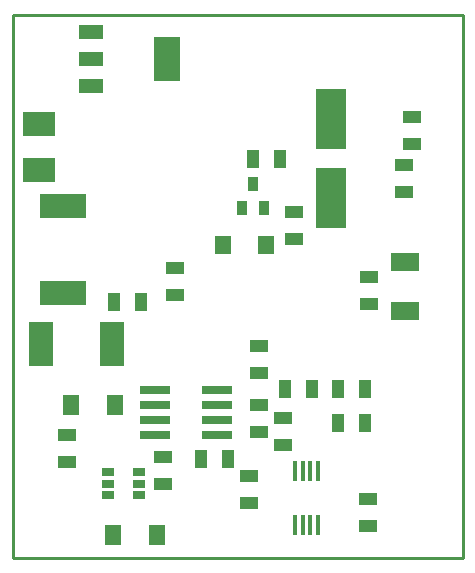
<source format=gtp>
%FSLAX25Y25*%
%MOIN*%
G70*
G01*
G75*
G04 Layer_Color=8421504*
%ADD10R,0.05906X0.03937*%
%ADD11R,0.03937X0.05906*%
%ADD12R,0.11024X0.07874*%
%ADD13R,0.05512X0.07087*%
%ADD14R,0.07874X0.14961*%
%ADD15R,0.10000X0.20000*%
%ADD16R,0.01700X0.06600*%
%ADD17R,0.15748X0.07874*%
%ADD18R,0.10000X0.03000*%
%ADD19R,0.09000X0.15000*%
%ADD20R,0.08465X0.05000*%
%ADD21R,0.03500X0.05000*%
%ADD22R,0.04200X0.02600*%
%ADD23R,0.05512X0.06299*%
%ADD24R,0.09449X0.06299*%
%ADD25C,0.02000*%
%ADD26C,0.05000*%
%ADD27C,0.06000*%
%ADD28C,0.04500*%
%ADD29C,0.05500*%
%ADD30C,0.01500*%
%ADD31C,0.03000*%
%ADD32C,0.04000*%
%ADD33C,0.02500*%
%ADD34C,0.01000*%
%ADD35R,0.08000X0.04428*%
%ADD36R,0.07572X0.06428*%
%ADD37R,0.06500X0.08500*%
%ADD38R,0.04500X0.03500*%
%ADD39R,0.04000X0.12000*%
%ADD40R,0.04700X0.09400*%
%ADD41R,0.10000X0.05200*%
%ADD42R,0.15100X0.28000*%
%ADD43R,0.08000X0.06500*%
%ADD44R,0.07500X0.03500*%
%ADD45C,0.07874*%
%ADD46C,0.13780*%
%ADD47C,0.10000*%
%ADD48C,0.04000*%
%ADD49C,0.07000*%
%ADD50C,0.05000*%
%ADD51R,0.04724X0.09449*%
%ADD52R,0.11024X0.04724*%
%ADD53R,0.23500X0.29000*%
%ADD54C,0.00394*%
%ADD55C,0.00200*%
%ADD56C,0.00300*%
%ADD57C,0.00197*%
%ADD58C,0.00500*%
%ADD59C,0.00787*%
%ADD60C,0.00050*%
%ADD61C,0.00800*%
%ADD62R,0.02100X0.06299*%
%ADD63R,0.06000X0.16929*%
%ADD64R,0.02100X0.06299*%
%ADD65R,0.02300X0.06299*%
D10*
X83100Y105200D02*
D03*
Y96200D02*
D03*
X7500Y22000D02*
D03*
Y31000D02*
D03*
X39500Y23700D02*
D03*
Y14700D02*
D03*
X120000Y121000D02*
D03*
Y112000D02*
D03*
X108100Y83700D02*
D03*
Y74700D02*
D03*
X71500Y51700D02*
D03*
Y60700D02*
D03*
Y32000D02*
D03*
Y41000D02*
D03*
X79500Y36500D02*
D03*
Y27500D02*
D03*
X122500Y137000D02*
D03*
Y128000D02*
D03*
X108000Y9500D02*
D03*
Y500D02*
D03*
X43600Y77700D02*
D03*
Y86700D02*
D03*
X68100Y17200D02*
D03*
Y8200D02*
D03*
D11*
X89100Y46200D02*
D03*
X80100D02*
D03*
X52300Y23000D02*
D03*
X61300D02*
D03*
X107000Y35000D02*
D03*
X98000D02*
D03*
X107000Y46200D02*
D03*
X98000D02*
D03*
X78500Y123000D02*
D03*
X69500D02*
D03*
X23100Y75200D02*
D03*
X32100D02*
D03*
D12*
X-1900Y119346D02*
D03*
Y134700D02*
D03*
D13*
X37600Y-2300D02*
D03*
X23033D02*
D03*
X23500Y41000D02*
D03*
X8933D02*
D03*
D14*
X-1022Y61200D02*
D03*
X22600D02*
D03*
D15*
X95500Y136200D02*
D03*
Y109800D02*
D03*
D16*
X83500Y1000D02*
D03*
X86059D02*
D03*
X88618D02*
D03*
X91177D02*
D03*
X83500Y19110D02*
D03*
X86059D02*
D03*
X88618D02*
D03*
X91177D02*
D03*
D17*
X6100Y107334D02*
D03*
Y78200D02*
D03*
D18*
X37000Y46000D02*
D03*
Y41000D02*
D03*
Y36000D02*
D03*
Y31000D02*
D03*
X57500Y36000D02*
D03*
Y41000D02*
D03*
Y31000D02*
D03*
Y46000D02*
D03*
D19*
X40797Y156200D02*
D03*
D20*
X15600Y147200D02*
D03*
Y156200D02*
D03*
Y165200D02*
D03*
D21*
X65800Y106700D02*
D03*
X73280D02*
D03*
X69540Y114574D02*
D03*
D22*
X21300Y14740D02*
D03*
X31500Y18480D02*
D03*
Y14740D02*
D03*
Y11000D02*
D03*
X21300D02*
D03*
Y18480D02*
D03*
D23*
X73773Y94200D02*
D03*
X59600D02*
D03*
D24*
X120100Y88700D02*
D03*
Y72165D02*
D03*
D34*
X139500Y-10000D02*
Y171000D01*
X-10500Y-10000D02*
X139500D01*
X-10500Y171000D02*
X139500D01*
X-10500Y-10000D02*
Y171000D01*
M02*

</source>
